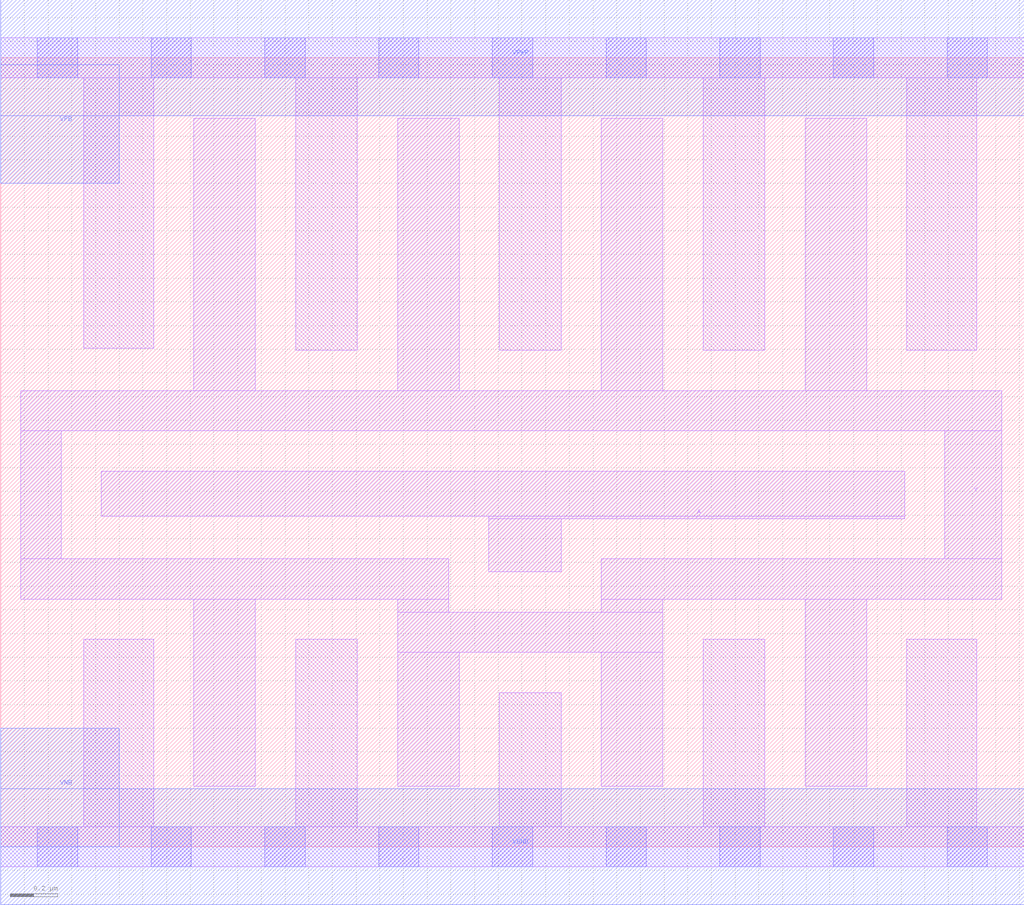
<source format=lef>
# Copyright 2020 The SkyWater PDK Authors
#
# Licensed under the Apache License, Version 2.0 (the "License");
# you may not use this file except in compliance with the License.
# You may obtain a copy of the License at
#
#     https://www.apache.org/licenses/LICENSE-2.0
#
# Unless required by applicable law or agreed to in writing, software
# distributed under the License is distributed on an "AS IS" BASIS,
# WITHOUT WARRANTIES OR CONDITIONS OF ANY KIND, either express or implied.
# See the License for the specific language governing permissions and
# limitations under the License.
#
# SPDX-License-Identifier: Apache-2.0

VERSION 5.5 ;
NAMESCASESENSITIVE ON ;
BUSBITCHARS "[]" ;
DIVIDERCHAR "/" ;
MACRO sky130_fd_sc_lp__inv_8
  CLASS CORE ;
  SOURCE USER ;
  ORIGIN  0.000000  0.000000 ;
  SIZE  4.320000 BY  3.330000 ;
  SYMMETRY X Y R90 ;
  SITE unit ;
  PIN A
    ANTENNAGATEAREA  2.520000 ;
    DIRECTION INPUT ;
    USE SIGNAL ;
    PORT
      LAYER li1 ;
        RECT 0.425000 1.395000 3.815000 1.585000 ;
        RECT 2.060000 1.160000 2.365000 1.385000 ;
        RECT 2.060000 1.385000 3.815000 1.395000 ;
    END
  END A
  PIN Y
    ANTENNADIFFAREA  2.352000 ;
    DIRECTION OUTPUT ;
    USE SIGNAL ;
    PORT
      LAYER li1 ;
        RECT 0.085000 1.045000 1.890000 1.215000 ;
        RECT 0.085000 1.215000 0.255000 1.755000 ;
        RECT 0.085000 1.755000 4.225000 1.925000 ;
        RECT 0.815000 0.255000 1.075000 1.045000 ;
        RECT 0.815000 1.925000 1.075000 3.075000 ;
        RECT 1.675000 0.255000 1.935000 0.820000 ;
        RECT 1.675000 0.820000 2.795000 0.990000 ;
        RECT 1.675000 0.990000 1.890000 1.045000 ;
        RECT 1.675000 1.925000 1.935000 3.075000 ;
        RECT 2.535000 0.255000 2.795000 0.820000 ;
        RECT 2.535000 0.990000 2.795000 1.045000 ;
        RECT 2.535000 1.045000 4.225000 1.215000 ;
        RECT 2.535000 1.925000 2.795000 3.075000 ;
        RECT 3.395000 0.255000 3.655000 1.045000 ;
        RECT 3.395000 1.925000 3.655000 3.075000 ;
        RECT 3.985000 1.215000 4.225000 1.755000 ;
    END
  END Y
  PIN VGND
    DIRECTION INOUT ;
    USE GROUND ;
    PORT
      LAYER met1 ;
        RECT 0.000000 -0.245000 4.320000 0.245000 ;
    END
  END VGND
  PIN VNB
    DIRECTION INOUT ;
    USE GROUND ;
    PORT
      LAYER met1 ;
        RECT 0.000000 0.000000 0.500000 0.500000 ;
    END
  END VNB
  PIN VPB
    DIRECTION INOUT ;
    USE POWER ;
    PORT
      LAYER met1 ;
        RECT 0.000000 2.800000 0.500000 3.300000 ;
    END
  END VPB
  PIN VPWR
    DIRECTION INOUT ;
    USE POWER ;
    PORT
      LAYER met1 ;
        RECT 0.000000 3.085000 4.320000 3.575000 ;
    END
  END VPWR
  OBS
    LAYER li1 ;
      RECT 0.000000 -0.085000 4.320000 0.085000 ;
      RECT 0.000000  3.245000 4.320000 3.415000 ;
      RECT 0.350000  0.085000 0.645000 0.875000 ;
      RECT 0.350000  2.105000 0.645000 3.245000 ;
      RECT 1.245000  0.085000 1.505000 0.875000 ;
      RECT 1.245000  2.095000 1.505000 3.245000 ;
      RECT 2.105000  0.085000 2.365000 0.650000 ;
      RECT 2.105000  2.095000 2.365000 3.245000 ;
      RECT 2.965000  0.085000 3.225000 0.875000 ;
      RECT 2.965000  2.095000 3.225000 3.245000 ;
      RECT 3.825000  0.085000 4.120000 0.875000 ;
      RECT 3.825000  2.095000 4.120000 3.245000 ;
    LAYER mcon ;
      RECT 0.155000 -0.085000 0.325000 0.085000 ;
      RECT 0.155000  3.245000 0.325000 3.415000 ;
      RECT 0.635000 -0.085000 0.805000 0.085000 ;
      RECT 0.635000  3.245000 0.805000 3.415000 ;
      RECT 1.115000 -0.085000 1.285000 0.085000 ;
      RECT 1.115000  3.245000 1.285000 3.415000 ;
      RECT 1.595000 -0.085000 1.765000 0.085000 ;
      RECT 1.595000  3.245000 1.765000 3.415000 ;
      RECT 2.075000 -0.085000 2.245000 0.085000 ;
      RECT 2.075000  3.245000 2.245000 3.415000 ;
      RECT 2.555000 -0.085000 2.725000 0.085000 ;
      RECT 2.555000  3.245000 2.725000 3.415000 ;
      RECT 3.035000 -0.085000 3.205000 0.085000 ;
      RECT 3.035000  3.245000 3.205000 3.415000 ;
      RECT 3.515000 -0.085000 3.685000 0.085000 ;
      RECT 3.515000  3.245000 3.685000 3.415000 ;
      RECT 3.995000 -0.085000 4.165000 0.085000 ;
      RECT 3.995000  3.245000 4.165000 3.415000 ;
  END
END sky130_fd_sc_lp__inv_8

</source>
